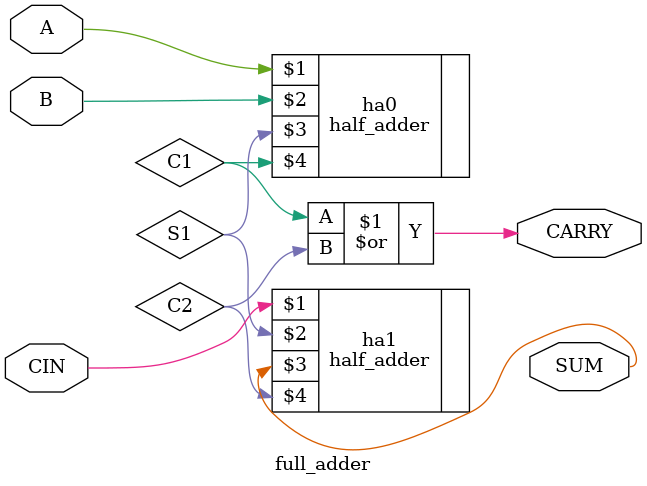
<source format=v>
`timescale 1ns / 1ps

module full_adder(
    input A,
    input B,
    input CIN,
    output SUM,
    output CARRY
    );

    wire S1,C1,C2;

half_adder ha0(A,B,S1,C1);
half_adder ha1(CIN,S1,SUM,C2);

assign CARRY = C1 | C2 ;

endmodule
</source>
